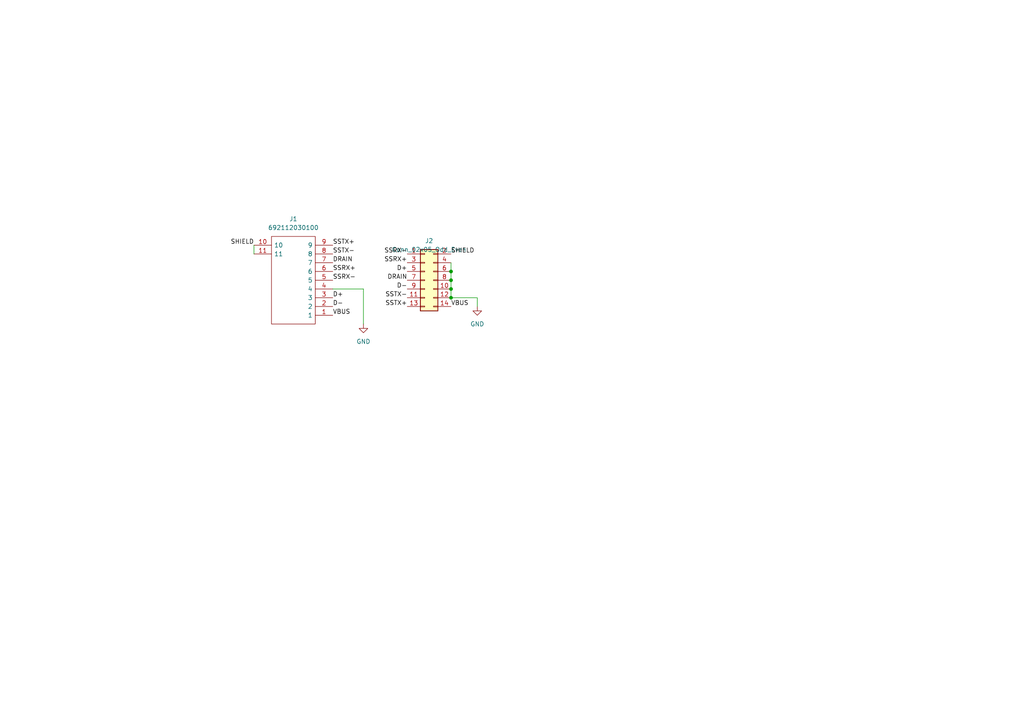
<source format=kicad_sch>
(kicad_sch (version 20230121) (generator eeschema)
  (paper "A4")
  (lib_symbols
    (symbol "Connector_Generic:Conn_02x07_Odd_Even" (pin_names (offset 1.016) hide)
      (property "Reference" "J" (at 1.27 10.16 0))
      (property "Value" "Conn_02x07_Odd_Even" (at 1.27 -10.16 0))
      (symbol "Conn_02x07_Odd_Even_1_1"
        (rectangle (start -1.27 -7.493) (end 0 -7.747) (stroke (width 0.1524)))
        (rectangle (start -1.27 -4.953) (end 0 -5.207) (stroke (width 0.1524)))
        (rectangle (start -1.27 -2.413) (end 0 -2.667) (stroke (width 0.1524)))
        (rectangle (start -1.27 0.127) (end 0 -0.127) (stroke (width 0.1524)))
        (rectangle (start -1.27 2.667) (end 0 2.413) (stroke (width 0.1524)))
        (rectangle (start -1.27 5.207) (end 0 4.953) (stroke (width 0.1524)))
        (rectangle (start -1.27 7.747) (end 0 7.493) (stroke (width 0.1524)))
        (rectangle (start -1.27 8.89) (end 3.81 -8.89) (stroke (width 0.254)) (fill (type background)))
        (rectangle (start 3.81 -7.493) (end 2.54 -7.747) (stroke (width 0.1524)))
        (rectangle (start 3.81 -4.953) (end 2.54 -5.207) (stroke (width 0.1524)))
        (rectangle (start 3.81 -2.413) (end 2.54 -2.667) (stroke (width 0.1524)))
        (rectangle (start 3.81 0.127) (end 2.54 -0.127) (stroke (width 0.1524)))
        (rectangle (start 3.81 2.667) (end 2.54 2.413) (stroke (width 0.1524)))
        (rectangle (start 3.81 5.207) (end 2.54 4.953) (stroke (width 0.1524)))
        (rectangle (start 3.81 7.747) (end 2.54 7.493) (stroke (width 0.1524)))
        (pin passive line (at -5.08 7.62 0) (length 3.81) (name "Pin_1") (number "1"))
        (pin passive line (at 7.62 -2.54 180) (length 3.81) (name "Pin_10") (number "10"))
        (pin passive line (at -5.08 -5.08 0) (length 3.81) (name "Pin_11") (number "11"))
        (pin passive line (at 7.62 -5.08 180) (length 3.81) (name "Pin_12") (number "12"))
        (pin passive line (at -5.08 -7.62 0) (length 3.81) (name "Pin_13") (number "13"))
        (pin passive line (at 7.62 -7.62 180) (length 3.81) (name "Pin_14") (number "14"))
        (pin passive line (at 7.62 7.62 180) (length 3.81) (name "Pin_2") (number "2"))
        (pin passive line (at -5.08 5.08 0) (length 3.81) (name "Pin_3") (number "3"))
        (pin passive line (at 7.62 5.08 180) (length 3.81) (name "Pin_4") (number "4"))
        (pin passive line (at -5.08 2.54 0) (length 3.81) (name "Pin_5") (number "5"))
        (pin passive line (at 7.62 2.54 180) (length 3.81) (name "Pin_6") (number "6"))
        (pin passive line (at -5.08 0 0) (length 3.81) (name "Pin_7") (number "7"))
        (pin passive line (at 7.62 0 180) (length 3.81) (name "Pin_8") (number "8"))
        (pin passive line (at -5.08 -2.54 0) (length 3.81) (name "Pin_9") (number "9"))
      )
    )
    (symbol "mouser:692112030100" (pin_names (offset 0.762))
      (property "Reference" "J" (at 19.05 7.62 0))
      (property "Value" "692112030100" (at 19.05 5.08 0))
      (symbol "692112030100_0_0"
        (pin passive line (at 22.86 -20.32 180) (length 5.08) (name "1") (number "1"))
        (pin passive line (at 0 0 0) (length 5.08) (name "10") (number "10"))
        (pin passive line (at 0 -2.54 0) (length 5.08) (name "11") (number "11"))
        (pin passive line (at 22.86 -17.78 180) (length 5.08) (name "2") (number "2"))
        (pin passive line (at 22.86 -15.24 180) (length 5.08) (name "3") (number "3"))
        (pin passive line (at 22.86 -12.7 180) (length 5.08) (name "4") (number "4"))
        (pin passive line (at 22.86 -10.16 180) (length 5.08) (name "5") (number "5"))
        (pin passive line (at 22.86 -7.62 180) (length 5.08) (name "6") (number "6"))
        (pin passive line (at 22.86 -5.08 180) (length 5.08) (name "7") (number "7"))
        (pin passive line (at 22.86 -2.54 180) (length 5.08) (name "8") (number "8"))
        (pin passive line (at 22.86 0 180) (length 5.08) (name "9") (number "9"))
      )
      (symbol "692112030100_0_1"
        (polyline (pts (xy 5.08 2.54) (xy 17.78 2.54) (xy 17.78 -22.86) (xy 5.08 -22.86) (xy 5.08 2.54)) (stroke (width 0.1524)))
      )
    )
    (symbol "power:GND" (power) (pin_names (offset 0))
      (property "Value" "GND" (at 0 -3.81 0))
      (symbol "GND_0_1"
        (polyline (pts (xy 0 0) (xy 0 -1.27) (xy 1.27 -1.27) (xy 0 -2.54) (xy -1.27 -1.27) (xy 0 -1.27)))
      )
      (symbol "GND_1_1"
        (pin power_in line (at 0 0 270) (length 0) hide (name "GND") (number "1"))
      )
    )
  )
  (junction (at 130.81 81.28))
  (junction (at 130.81 86.36))
  (junction (at 130.81 83.82))
  (junction (at 130.81 78.74))
  (wire (pts (xy 130.81 78.74) (xy 130.81 81.28)))
  (wire (pts (xy 130.81 86.36) (xy 138.43 86.36)))
  (wire (pts (xy 73.66 71.12) (xy 73.66 73.66)))
  (wire (pts (xy 96.52 83.82) (xy 105.41 83.82)))
  (wire (pts (xy 130.81 81.28) (xy 130.81 83.82)))
  (wire (pts (xy 130.81 76.2) (xy 130.81 78.74)))
  (wire (pts (xy 130.81 83.82) (xy 130.81 86.36)))
  (wire (pts (xy 138.43 86.36) (xy 138.43 88.9)))
  (wire (pts (xy 105.41 83.82) (xy 105.41 93.98)))
  (label "SSTX-" (at 96.52 73.66 0))
  (label "DRAIN" (at 96.52 76.2 0))
  (label "SSTX+" (at 96.52 71.12 0))
  (label "SSRX-" (at 118.11 73.66 180))
  (label "SHIELD" (at 73.66 71.12 180))
  (label "SSTX+" (at 118.11 88.9 180))
  (label "D+" (at 118.11 78.74 180))
  (label "D-" (at 96.52 88.9 0))
  (label "SSRX-" (at 96.52 81.28 0))
  (label "SSRX+" (at 96.52 78.74 0))
  (label "D+" (at 96.52 86.36 0))
  (label "DRAIN" (at 118.11 81.28 180))
  (label "SSTX-" (at 118.11 86.36 180))
  (label "D-" (at 118.11 83.82 180))
  (label "VBUS" (at 96.52 91.44 0))
  (label "SHIELD" (at 130.81 73.66 0))
  (label "SSRX+" (at 118.11 76.2 180))
  (label "VBUS" (at 130.81 88.9 0))
  (symbol (lib_id "mouser:692112030100") (at 73.66 71.12 0) (unit 1)
    (property "Reference" "J1" (at 85.09 63.5 0))
    (property "Value" "692112030100" (at 85.09 66.04 0))
    (property "Footprint" "692112030100" (effects hide))
    (property "Datasheet" "https://componentsearchengine.com//692112030100.pdf" (effects hide))
    (property "Description" "Wurth Elektronik Male Right Angle Through Hole Version 3 Type A USB Connector, 30 V ac, 0.25A WR-COM" (effects hide))
    (property "Height" "1" (effects hide))
    (property "Mouser2 Part Number" "710-692112030100" (effects hide))
    (property "Mouser2 Price/Stock" "https://www.mouser.com/Search/Refine.aspx?Keyword=710-692112030100" (effects hide))
    (property "Manufacturer_Name" "Wurth Elektronik" (effects hide))
    (property "Manufacturer_Part_Number" "692112030100" (effects hide))
  )
  (symbol (lib_id "Connector_Generic:Conn_02x07_Odd_Even") (at 123.19 81.28 0) (unit 1)
    (property "Reference" "J2" (at 124.46 69.85 0))
    (property "Value" "Conn_02x05_Odd_Even" (at 124.46 72.39 0))
    (property "Footprint" "Connector_PinHeader_2.54mm:PinHeader_2x07_P2.54mm_Vertical" (effects hide))
  )
  (symbol (lib_id "power:GND") (at 105.41 93.98 0) (unit 1)
    (property "Reference" "#PWR02" (effects hide))
    (property "Value" "GND" (at 105.41 99.06 0))
  )
  (symbol (lib_id "power:GND") (at 138.43 88.9 0) (unit 1)
    (property "Reference" "#PWR01" (effects hide))
    (property "Value" "GND" (at 138.43 93.98 0))
  )
)
</source>
